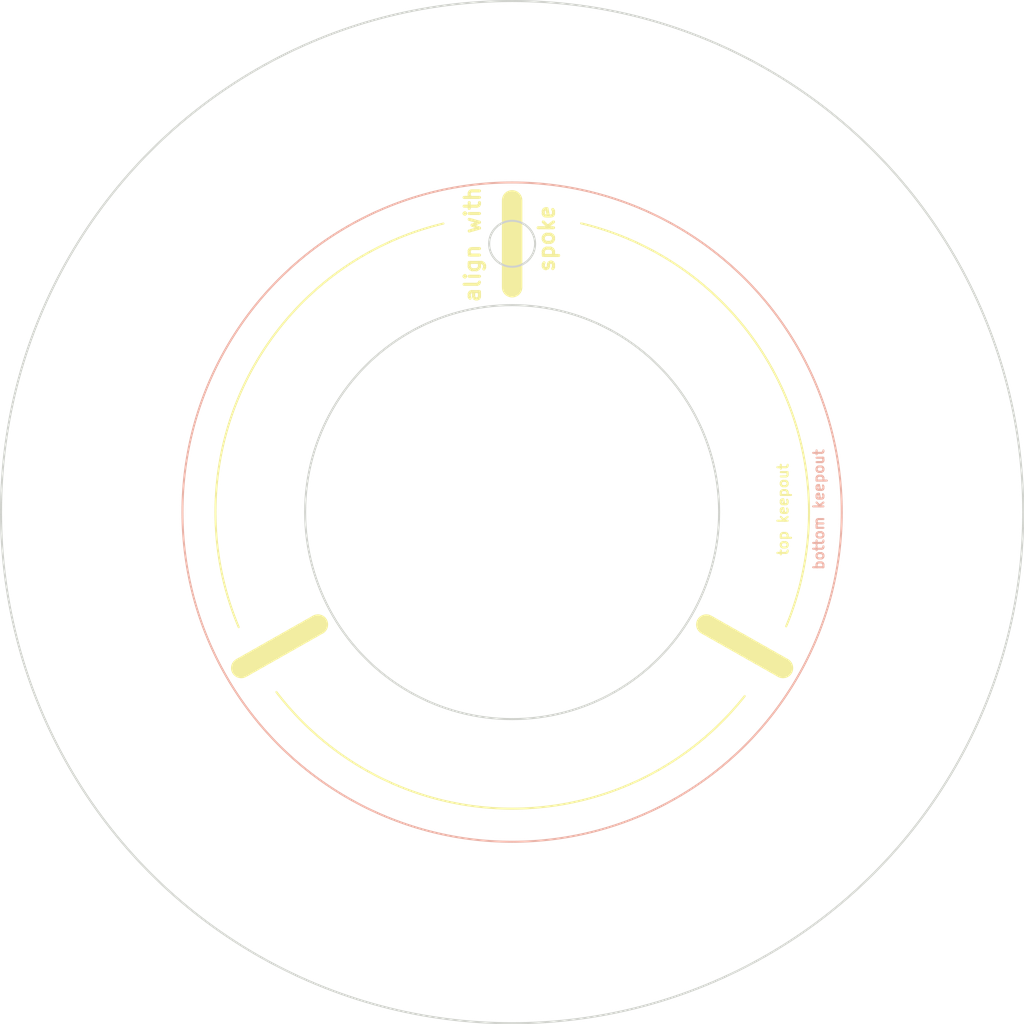
<source format=kicad_pcb>
(kicad_pcb (version 3) (host pcbnew "(2014-06-29 BZR 4957)-product")

  (general
    (links 0)
    (no_connects 0)
    (area 99.899999 44.899999 200.100001 145.100001)
    (thickness 1.6)
    (drawings 13)
    (tracks 0)
    (zones 0)
    (modules 0)
    (nets 1)
  )

  (page A4)
  (title_block
    (title IKEA-Samtid_LED-disk)
    (date "08 Jul 2014")
    (rev 0.10.a)
    (company "2014 - blog.spitzenpfeil.org")
  )

  (layers
    (15 F.Cu signal)
    (0 B.Cu signal)
    (18 B.Paste user)
    (19 F.Paste user)
    (20 B.SilkS user)
    (21 F.SilkS user)
    (22 B.Mask user)
    (23 F.Mask user)
    (26 Eco1.User user)
    (28 Edge.Cuts user)
  )

  (setup
    (last_trace_width 0.254)
    (trace_clearance 0.254)
    (zone_clearance 0.508)
    (zone_45_only no)
    (trace_min 0.254)
    (segment_width 0.2)
    (edge_width 0.2)
    (via_size 0.889)
    (via_drill 0.635)
    (via_min_size 0.889)
    (via_min_drill 0.508)
    (uvia_size 0.508)
    (uvia_drill 0.127)
    (uvias_allowed no)
    (uvia_min_size 0.508)
    (uvia_min_drill 0.127)
    (pcb_text_width 0.2)
    (pcb_text_size 1 1)
    (mod_edge_width 0.2)
    (mod_text_size 1 1)
    (mod_text_width 0.2)
    (pad_size 1.8 3.4)
    (pad_drill 0.6)
    (pad_to_mask_clearance 0)
    (aux_axis_origin 0 0)
    (visible_elements FFFFFF7F)
    (pcbplotparams
      (layerselection 352092161)
      (usegerberextensions true)
      (excludeedgelayer true)
      (linewidth 0.100000)
      (plotframeref false)
      (viasonmask false)
      (mode 1)
      (useauxorigin false)
      (hpglpennumber 1)
      (hpglpenspeed 20)
      (hpglpendiameter 15)
      (hpglpenoverlay 2)
      (psnegative false)
      (psa4output false)
      (plotreference true)
      (plotvalue true)
      (plotinvisibletext false)
      (padsonsilk false)
      (subtractmaskfromsilk true)
      (outputformat 1)
      (mirror false)
      (drillshape 0)
      (scaleselection 1)
      (outputdirectory gerber_files/))
  )

  (net 0 "")

  (net_class Default "This is the default net class."
    (clearance 0.254)
    (trace_width 0.254)
    (via_dia 0.889)
    (via_drill 0.635)
    (uvia_dia 0.508)
    (uvia_drill 0.127)
  )

  (gr_arc (start 150 95) (end 123.25 106.25) (angle 99.41721335) (layer F.SilkS) (width 0.2))
  (gr_arc (start 150 95) (end 172.75 113) (angle 104.2890517) (layer F.SilkS) (width 0.2))
  (gr_arc (start 150 95) (end 156.75 66.75) (angle 99.18167573) (layer F.SilkS) (width 0.2))
  (gr_circle (center 150 95) (end 200 95) (layer Edge.Cuts) (width 0.2))
  (gr_circle (center 150 68.75) (end 152.25 68.75) (layer Edge.Cuts) (width 0.2))
  (gr_line (start 150 73) (end 150 64.5) (angle 90) (layer F.SilkS) (width 2) (tstamp 53BBEF5A))
  (gr_text "align with \n\n\nspoke" (at 149.75 68.249999 90) (layer F.SilkS)
    (effects (font (size 1.5 1.5) (thickness 0.3)))
  )
  (gr_text "top keepout" (at 176.499998 94.75 90) (layer F.SilkS)
    (effects (font (size 1 1) (thickness 0.2)))
  )
  (gr_text "bottom keepout" (at 180.000002 94.750002 90) (layer B.SilkS) (tstamp 53BBEDCC)
    (effects (font (size 1 1) (thickness 0.2)))
  )
  (gr_line (start 131 106) (end 123.5 110.25) (layer F.SilkS) (width 2))
  (gr_line (start 169 106) (end 176.5 110.25) (layer F.SilkS) (width 2))
  (gr_circle (center 150 95) (end 182.25 95) (layer B.SilkS) (width 0.2))
  (gr_circle (center 150 95) (end 170.25 95) (layer Edge.Cuts) (width 0.2))

)

</source>
